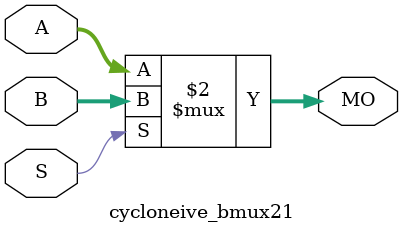
<source format=v>
module cycloneive_bmux21 (MO, A, B, S);
   input [15:0] A, B;
   input 	S;
   output [15:0] MO; 
   assign MO = (S == 1) ? B : A; 
endmodule
</source>
